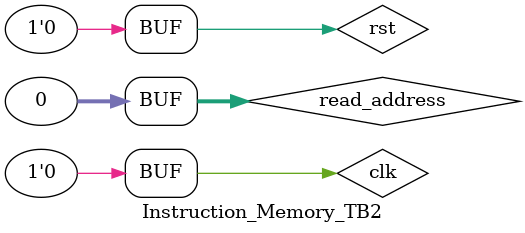
<source format=v>
`timescale 1ns / 1ps


module Instruction_Memory_TB2;

	// Inputs
	reg clk;
	reg rst;
	reg [31:0] read_address;

	// Outputs
	wire [31:0] inst;

	// Instantiate the Unit Under Test (UUT)
	Instruction_Memory uut (
		.clk(clk), 
		.rst(rst), 
		.read_address(read_address), 
		.inst(inst)
	);

	initial begin
		// Initialize Inputs
		clk = 0;
		rst = 0;
		read_address = 0;

		// Wait 100 ns for global reset to finish
		#100;
        
		// Add stimulus here

	end
      
endmodule


</source>
